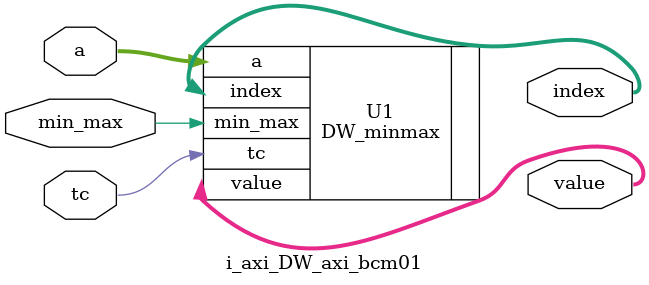
<source format=v>


//
// Description : DW_axi_bcm01.v Verilog module for DW_axi
//
// DesignWare IP ID: 99b91577
//
////////////////////////////////////////////////////////////////////////////////


  module i_axi_DW_axi_bcm01 (
      // Inputs
        a,
        tc,
        min_max,
      // Outputs
        value,
        index
);

parameter integer WIDTH =               4;      // element WIDTH
parameter integer NUM_INPUTS =          8;      // number of elements in input array
parameter integer INDEX_WIDTH =         3;      // size of index pointer = ceil(log2(NUM_INPUTS))


input  [NUM_INPUTS*WIDTH-1 : 0]         a;      // Concatenated input vector
input                                   tc;     // 0 = unsigned, 1 = signed
input                                   min_max;// 0 = find min, 1 = find max
output [WIDTH-1:0]                      value;  // mon or max value found
output [INDEX_WIDTH-1:0]                index;  // index to value found

  DW_minmax #(WIDTH,NUM_INPUTS) U1(
        .a(a),
        .tc(tc),
        .min_max(min_max),
        .value(value),
        .index(index) );


endmodule

</source>
